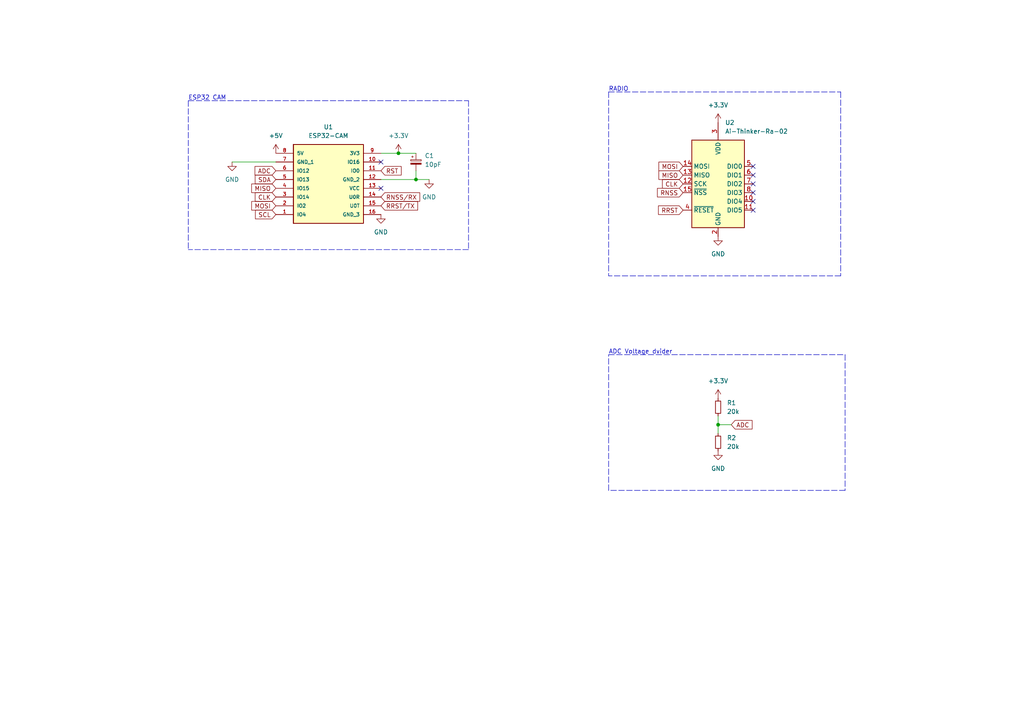
<source format=kicad_sch>
(kicad_sch (version 20211123) (generator eeschema)
  (paper "A4")
  (lib_symbols
    (symbol "Device:C_Polarized_Small" (pin_numbers hide) (pin_names (offset 0.254) hide)
      (property "Reference" "C" (at 0.254 1.778 0))
      (property "Value" "C_Polarized_Small" (at 0.254 -2.032 0))
      (symbol "C_Polarized_Small_0_1"
        (rectangle (start -1.524 -0.3048) (end 1.524 -0.6858) (fill (type outline)))
        (rectangle (start -1.524 0.6858) (end 1.524 0.3048))
        (polyline (pts (xy -1.27 1.524) (xy -0.762 1.524)))
        (polyline (pts (xy -1.016 1.27) (xy -1.016 1.778)))
      )
      (symbol "C_Polarized_Small_1_1"
        (pin passive line (at 0 2.54 270) (length 1.8542) (name "~") (number "1"))
        (pin passive line (at 0 -2.54 90) (length 1.8542) (name "~") (number "2"))
      )
    )
    (symbol "Device:R_Small" (pin_numbers hide) (pin_names (offset 0.254) hide)
      (property "Reference" "R" (at 0.762 0.508 0))
      (property "Value" "R_Small" (at 0.762 -1.016 0))
      (symbol "R_Small_0_1"
        (rectangle (start -0.762 1.778) (end 0.762 -1.778) (stroke (width 0.2032)))
      )
      (symbol "R_Small_1_1"
        (pin passive line (at 0 2.54 270) (length 0.762) (name "~") (number "1"))
        (pin passive line (at 0 -2.54 90) (length 0.762) (name "~") (number "2"))
      )
    )
    (symbol "RF_Module:Ai-Thinker-Ra-02"
      (property "Reference" "U" (at 2.54 19.05 0))
      (property "Value" "Ai-Thinker-Ra-02" (at 13.97 -15.24 0))
      (symbol "Ai-Thinker-Ra-02_0_1"
        (rectangle (start -7.62 12.7) (end 7.62 -12.7) (stroke (width 0.254)) (fill (type background)))
      )
      (symbol "Ai-Thinker-Ra-02_1_1"
        (pin passive line (at 0 -15.24 90) (length 2.54) hide (name "GND") (number "1"))
        (pin bidirectional line (at 10.16 -5.08 180) (length 2.54) (name "DIO4") (number "10"))
        (pin bidirectional line (at 10.16 -7.62 180) (length 2.54) (name "DIO5") (number "11"))
        (pin input line (at -10.16 0 0) (length 2.54) (name "SCK") (number "12"))
        (pin output line (at -10.16 2.54 0) (length 2.54) (name "MISO") (number "13"))
        (pin input line (at -10.16 5.08 0) (length 2.54) (name "MOSI") (number "14"))
        (pin input line (at -10.16 -2.54 0) (length 2.54) (name "~{NSS}") (number "15"))
        (pin passive line (at 0 -15.24 90) (length 2.54) hide (name "GND") (number "16"))
        (pin power_in line (at 0 -15.24 90) (length 2.54) (name "GND") (number "2"))
        (pin power_in line (at 0 17.78 270) (length 5.08) (name "VDD") (number "3"))
        (pin input line (at -10.16 -7.62 0) (length 2.54) (name "~{RESET}") (number "4"))
        (pin bidirectional line (at 10.16 5.08 180) (length 2.54) (name "DIO0") (number "5"))
        (pin bidirectional line (at 10.16 2.54 180) (length 2.54) (name "DIO1") (number "6"))
        (pin bidirectional line (at 10.16 0 180) (length 2.54) (name "DIO2") (number "7"))
        (pin bidirectional line (at 10.16 -2.54 180) (length 2.54) (name "DIO3") (number "8"))
        (pin passive line (at 0 -15.24 90) (length 2.54) hide (name "GND") (number "9"))
      )
    )
    (symbol "espSat:ESP32-CAM" (pin_names (offset 1.016))
      (property "Reference" "U" (at 10.16 5.08 0))
      (property "Value" "ESP32-CAM" (at 10.16 2.54 0))
      (symbol "ESP32-CAM_0_0"
        (polyline (pts (xy 5.08 2.54) (xy 5.08 -20.32)) (stroke (width 0.254)))
        (rectangle (start 5.08 -20.32) (end 25.4 2.54) (stroke (width 0.254)) (fill (type background)))
        (pin bidirectional line (at 0 -17.78 0) (length 5.08) (name "IO4") (number "1"))
        (pin bidirectional line (at 30.48 -2.54 180) (length 5.08) (name "IO16") (number "10"))
        (pin bidirectional line (at 30.48 -5.08 180) (length 5.08) (name "IO0") (number "11"))
        (pin bidirectional line (at 30.48 -7.62 180) (length 5.08) (name "GND_2") (number "12"))
        (pin bidirectional line (at 30.48 -10.16 180) (length 5.08) (name "VCC") (number "13"))
        (pin bidirectional line (at 30.48 -12.7 180) (length 5.08) (name "U0R") (number "14"))
        (pin bidirectional line (at 30.48 -15.24 180) (length 5.08) (name "U0T") (number "15"))
        (pin bidirectional line (at 30.48 -17.78 180) (length 5.08) (name "GND_3") (number "16"))
        (pin bidirectional line (at 0 -15.24 0) (length 5.08) (name "IO2") (number "2"))
        (pin bidirectional line (at 0 -12.7 0) (length 5.08) (name "IO14") (number "3"))
        (pin bidirectional line (at 0 -10.16 0) (length 5.08) (name "IO15") (number "4"))
        (pin bidirectional line (at 0 -7.62 0) (length 5.08) (name "IO13") (number "5"))
        (pin bidirectional line (at 0 -5.08 0) (length 5.08) (name "IO12") (number "6"))
        (pin bidirectional line (at 0 -2.54 0) (length 5.08) (name "GND_1") (number "7"))
        (pin bidirectional line (at 0 0 0) (length 5.08) (name "5V") (number "8"))
        (pin bidirectional line (at 30.48 0 180) (length 5.08) (name "3V3") (number "9"))
      )
    )
    (symbol "power:+3.3V" (power) (pin_names (offset 0))
      (property "Value" "+3.3V" (at 0 3.556 0))
      (symbol "+3.3V_0_1"
        (polyline (pts (xy -0.762 1.27) (xy 0 2.54)))
        (polyline (pts (xy 0 0) (xy 0 2.54)))
        (polyline (pts (xy 0 2.54) (xy 0.762 1.27)))
      )
      (symbol "+3.3V_1_1"
        (pin power_in line (at 0 0 90) (length 0) hide (name "+3.3V") (number "1"))
      )
    )
    (symbol "power:+5V" (power) (pin_names (offset 0))
      (property "Value" "+5V" (at 0 3.556 0))
      (symbol "+5V_0_1"
        (polyline (pts (xy -0.762 1.27) (xy 0 2.54)))
        (polyline (pts (xy 0 0) (xy 0 2.54)))
        (polyline (pts (xy 0 2.54) (xy 0.762 1.27)))
      )
      (symbol "+5V_1_1"
        (pin power_in line (at 0 0 90) (length 0) hide (name "+5V") (number "1"))
      )
    )
    (symbol "power:GND" (power) (pin_names (offset 0))
      (property "Value" "GND" (at 0 -3.81 0))
      (symbol "GND_0_1"
        (polyline (pts (xy 0 0) (xy 0 -1.27) (xy 1.27 -1.27) (xy 0 -2.54) (xy -1.27 -1.27) (xy 0 -1.27)))
      )
      (symbol "GND_1_1"
        (pin power_in line (at 0 0 270) (length 0) hide (name "GND") (number "1"))
      )
    )
  )
  (junction (at 115.57 44.45))
  (junction (at 208.28 123.19))
  (junction (at 120.65 52.07))
  (no_connect (at 218.44 55.88))
  (no_connect (at 218.44 60.96))
  (no_connect (at 110.49 54.61))
  (no_connect (at 218.44 50.8))
  (no_connect (at 218.44 53.34))
  (no_connect (at 110.49 46.99))
  (no_connect (at 218.44 58.42))
  (no_connect (at 218.44 48.26))
  (wire (pts (xy 208.28 123.19) (xy 212.09 123.19)))
  (polyline (pts (xy 176.53 142.24) (xy 176.53 102.87)))
  (wire (pts (xy 120.65 49.53) (xy 120.65 52.07)))
  (polyline (pts (xy 243.84 26.67) (xy 243.84 80.01)))
  (wire (pts (xy 120.65 52.07) (xy 124.46 52.07)))
  (polyline (pts (xy 54.61 29.21) (xy 54.61 72.39)))
  (wire (pts (xy 67.31 46.99) (xy 80.01 46.99)))
  (polyline (pts (xy 176.53 26.67) (xy 243.84 26.67)))
  (wire (pts (xy 208.28 123.19) (xy 208.28 125.73)))
  (polyline (pts (xy 176.53 102.87) (xy 245.11 102.87)))
  (polyline (pts (xy 176.53 26.67) (xy 176.53 80.01)))
  (wire (pts (xy 208.28 120.65) (xy 208.28 123.19)))
  (polyline (pts (xy 245.11 142.24) (xy 176.53 142.24)))
  (wire (pts (xy 115.57 44.45) (xy 120.65 44.45)))
  (polyline (pts (xy 245.11 102.87) (xy 245.11 142.24)))
  (polyline (pts (xy 243.84 80.01) (xy 176.53 80.01)))
  (wire (pts (xy 110.49 52.07) (xy 120.65 52.07)))
  (wire (pts (xy 115.57 44.45) (xy 110.49 44.45)))
  (polyline (pts (xy 135.89 72.39) (xy 54.61 72.39)))
  (polyline (pts (xy 135.89 29.21) (xy 135.89 72.39)))
  (polyline (pts (xy 54.61 29.21) (xy 135.89 29.21)))
  (text "RADIO\n" (at 176.53 26.67 0) (effects (font (size 1.27 1.27)) (justify left bottom)))
  (text "ADC Voltage dvider" (at 176.53 102.87 0) (effects (font (size 1.27 1.27)) (justify left bottom)))
  (text "ESP32 CAM\n" (at 54.61 29.21 0) (effects (font (size 1.27 1.27)) (justify left bottom)))
  (global_label "MOSI" (shape input) (at 198.12 48.26 180) (property "Reference mezi listy" "${INTERSHEET_REFS}" (effects hide)))
  (global_label "RNSS{slash}RX" (shape input) (at 110.49 57.15 0) (property "Reference mezi listy" "${INTERSHEET_REFS}" (effects hide)))
  (global_label "RNSS" (shape input) (at 198.12 55.88 180) (property "Reference mezi listy" "${INTERSHEET_REFS}" (effects hide)))
  (global_label "CLK" (shape input) (at 80.01 57.15 180) (property "Reference mezi listy" "${INTERSHEET_REFS}" (effects hide)))
  (global_label "MISO" (shape input) (at 198.12 50.8 180) (property "Reference mezi listy" "${INTERSHEET_REFS}" (effects hide)))
  (global_label "RRST" (shape input) (at 198.12 60.96 180) (property "Reference mezi listy" "${INTERSHEET_REFS}" (effects hide)))
  (global_label "SDA" (shape input) (at 80.01 52.07 180) (property "Reference mezi listy" "${INTERSHEET_REFS}" (effects hide)))
  (global_label "ADC" (shape input) (at 80.01 49.53 180) (property "Reference mezi listy" "${INTERSHEET_REFS}" (effects hide)))
  (global_label "CLK" (shape input) (at 198.12 53.34 180) (property "Reference mezi listy" "${INTERSHEET_REFS}" (effects hide)))
  (global_label "RRST{slash}TX" (shape input) (at 110.49 59.69 0) (property "Reference mezi listy" "${INTERSHEET_REFS}" (effects hide)))
  (global_label "RST" (shape input) (at 110.49 49.53 0) (property "Reference mezi listy" "${INTERSHEET_REFS}" (effects hide)))
  (global_label "MISO" (shape input) (at 80.01 54.61 180) (property "Reference mezi listy" "${INTERSHEET_REFS}" (effects hide)))
  (global_label "MOSI" (shape input) (at 80.01 59.69 180) (property "Reference mezi listy" "${INTERSHEET_REFS}" (effects hide)))
  (global_label "ADC" (shape input) (at 212.09 123.19 0) (property "Reference mezi listy" "${INTERSHEET_REFS}" (effects hide)))
  (global_label "SCL" (shape input) (at 80.01 62.23 180) (property "Reference mezi listy" "${INTERSHEET_REFS}" (effects hide)))
  (symbol (lib_id "power:+3.3V") (at 208.28 35.56 0) (unit 1)
    (property "Reference" "#PWR?" (effects hide))
    (property "Value" "+3.3V" (at 208.28 30.48 0))
  )
  (symbol (lib_id "power:+3.3V") (at 208.28 115.57 0) (unit 1)
    (property "Reference" "#PWR?" (effects hide))
    (property "Value" "+3.3V" (at 208.28 110.49 0))
  )
  (symbol (lib_id "Device:R_Small") (at 208.28 128.27 0) (unit 1)
    (property "Reference" "R2" (at 210.82 126.9999 0) (effects (justify left)))
    (property "Value" "20k" (at 210.82 129.5399 0) (effects (justify left)))
  )
  (symbol (lib_id "Device:R_Small") (at 208.28 118.11 0) (unit 1)
    (property "Reference" "R1" (at 210.82 116.8399 0) (effects (justify left)))
    (property "Value" "20k" (at 210.82 119.3799 0) (effects (justify left)))
  )
  (symbol (lib_id "power:+5V") (at 80.01 44.45 0) (unit 1)
    (property "Reference" "#PWR?" (effects hide))
    (property "Value" "+5V" (at 80.01 39.37 0))
  )
  (symbol (lib_id "power:+3.3V") (at 115.57 44.45 0) (unit 1)
    (property "Reference" "#PWR?" (effects hide))
    (property "Value" "+3.3V" (at 115.57 39.37 0))
  )
  (symbol (lib_id "power:GND") (at 208.28 130.81 0) (unit 1)
    (property "Reference" "#PWR?" (effects hide))
    (property "Value" "GND" (at 208.28 135.89 0))
  )
  (symbol (lib_id "RF_Module:Ai-Thinker-Ra-02") (at 208.28 53.34 0) (unit 1)
    (property "Reference" "U2" (at 210.2994 35.56 0) (effects (justify left)))
    (property "Value" "Ai-Thinker-Ra-02" (at 210.2994 38.1 0) (effects (justify left)))
    (property "Footprint" "RF_Module:Ai-Thinker-Ra-01-LoRa" (effects hide))
    (property "Datasheet" "http://wiki.ai-thinker.com/_media/lora/docs/c048ps01a1_ra-02_product_specification_v1.1.pdf" (effects hide))
  )
  (symbol (lib_id "power:GND") (at 110.49 62.23 0) (unit 1)
    (property "Reference" "#PWR?" (effects hide))
    (property "Value" "GND" (at 110.49 67.31 0))
  )
  (symbol (lib_id "Device:C_Polarized_Small") (at 120.65 46.99 0) (unit 1)
    (property "Reference" "C1" (at 123.19 45.1738 0) (effects (justify left)))
    (property "Value" "10pF" (at 123.19 47.7138 0) (effects (justify left)))
  )
  (symbol (lib_id "power:GND") (at 124.46 52.07 0) (unit 1)
    (property "Reference" "#PWR?" (effects hide))
    (property "Value" "GND" (at 124.46 57.15 0))
  )
  (symbol (lib_id "power:GND") (at 208.28 68.58 0) (unit 1)
    (property "Reference" "#PWR?" (effects hide))
    (property "Value" "GND" (at 208.28 73.66 0))
  )
  (symbol (lib_id "power:GND") (at 67.31 46.99 0) (unit 1)
    (property "Reference" "#PWR?" (effects hide))
    (property "Value" "GND" (at 67.31 52.07 0))
  )
  (symbol (lib_id "espSat:ESP32-CAM") (at 80.01 44.45 0) (unit 1)
    (property "Reference" "U1" (at 95.25 36.83 0))
    (property "Value" "ESP32-CAM" (at 95.25 39.37 0))
  )
)
</source>
